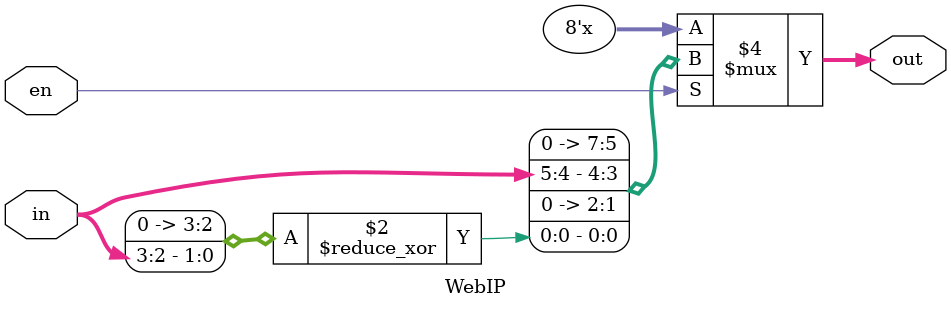
<source format=sv>
/* Name:
* Student ID: 12521589
* Purpose: A module simulating the process of querying for a TLD address
*/
module WebIP (
	input logic [7:0] in,
    output logic [7:0] out,
    input logic en
);
	assign out = en ? {in[7:4]<<2, ^(in[3:0]>>2)} : 8'bx;
endmodule
</source>
